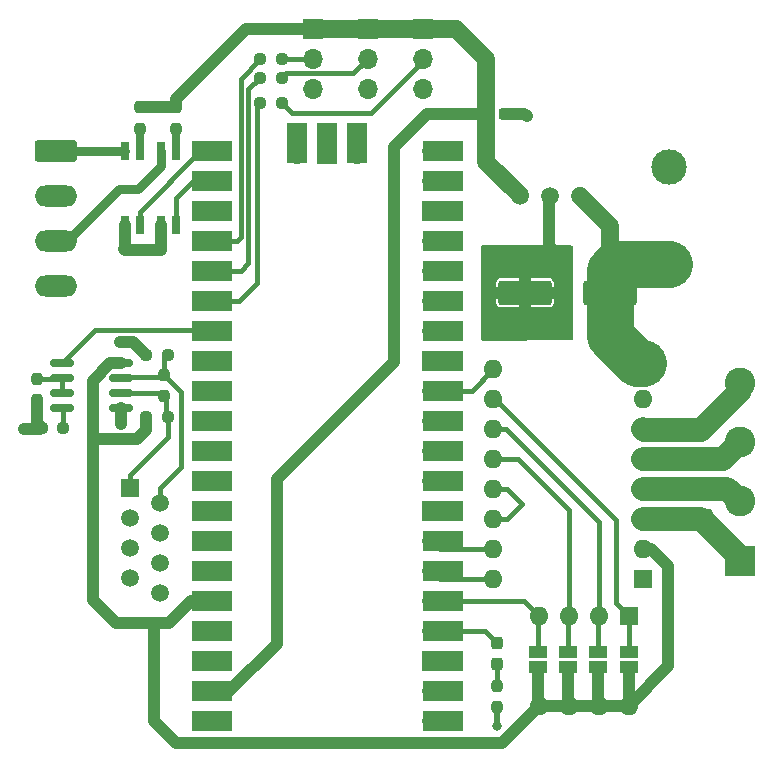
<source format=gbr>
%TF.GenerationSoftware,KiCad,Pcbnew,(7.0.0)*%
%TF.CreationDate,2023-03-26T01:31:24-04:00*%
%TF.ProjectId,PicoDMXStepper,5069636f-444d-4585-9374-65707065722e,v1*%
%TF.SameCoordinates,Original*%
%TF.FileFunction,Copper,L1,Top*%
%TF.FilePolarity,Positive*%
%FSLAX46Y46*%
G04 Gerber Fmt 4.6, Leading zero omitted, Abs format (unit mm)*
G04 Created by KiCad (PCBNEW (7.0.0)) date 2023-03-26 01:31:24*
%MOMM*%
%LPD*%
G01*
G04 APERTURE LIST*
G04 Aperture macros list*
%AMRoundRect*
0 Rectangle with rounded corners*
0 $1 Rounding radius*
0 $2 $3 $4 $5 $6 $7 $8 $9 X,Y pos of 4 corners*
0 Add a 4 corners polygon primitive as box body*
4,1,4,$2,$3,$4,$5,$6,$7,$8,$9,$2,$3,0*
0 Add four circle primitives for the rounded corners*
1,1,$1+$1,$2,$3*
1,1,$1+$1,$4,$5*
1,1,$1+$1,$6,$7*
1,1,$1+$1,$8,$9*
0 Add four rect primitives between the rounded corners*
20,1,$1+$1,$2,$3,$4,$5,0*
20,1,$1+$1,$4,$5,$6,$7,0*
20,1,$1+$1,$6,$7,$8,$9,0*
20,1,$1+$1,$8,$9,$2,$3,0*%
G04 Aperture macros list end*
%TA.AperFunction,ComponentPad*%
%ADD10R,3.000000X3.000000*%
%TD*%
%TA.AperFunction,ComponentPad*%
%ADD11C,3.000000*%
%TD*%
%TA.AperFunction,SMDPad,CuDef*%
%ADD12RoundRect,0.250001X1.999999X0.799999X-1.999999X0.799999X-1.999999X-0.799999X1.999999X-0.799999X0*%
%TD*%
%TA.AperFunction,SMDPad,CuDef*%
%ADD13RoundRect,0.237500X-0.300000X-0.237500X0.300000X-0.237500X0.300000X0.237500X-0.300000X0.237500X0*%
%TD*%
%TA.AperFunction,ComponentPad*%
%ADD14R,1.500000X1.500000*%
%TD*%
%TA.AperFunction,ComponentPad*%
%ADD15C,1.500000*%
%TD*%
%TA.AperFunction,SMDPad,CuDef*%
%ADD16RoundRect,0.237500X-0.250000X-0.237500X0.250000X-0.237500X0.250000X0.237500X-0.250000X0.237500X0*%
%TD*%
%TA.AperFunction,SMDPad,CuDef*%
%ADD17RoundRect,0.237500X0.237500X-0.250000X0.237500X0.250000X-0.237500X0.250000X-0.237500X-0.250000X0*%
%TD*%
%TA.AperFunction,SMDPad,CuDef*%
%ADD18RoundRect,0.237500X-0.237500X0.250000X-0.237500X-0.250000X0.237500X-0.250000X0.237500X0.250000X0*%
%TD*%
%TA.AperFunction,ComponentPad*%
%ADD19R,1.600000X1.600000*%
%TD*%
%TA.AperFunction,ComponentPad*%
%ADD20O,1.600000X1.600000*%
%TD*%
%TA.AperFunction,ComponentPad*%
%ADD21RoundRect,0.250000X0.725000X-0.600000X0.725000X0.600000X-0.725000X0.600000X-0.725000X-0.600000X0*%
%TD*%
%TA.AperFunction,ComponentPad*%
%ADD22O,1.950000X1.700000*%
%TD*%
%TA.AperFunction,SMDPad,CuDef*%
%ADD23R,1.500000X1.000000*%
%TD*%
%TA.AperFunction,SMDPad,CuDef*%
%ADD24R,0.800000X1.500000*%
%TD*%
%TA.AperFunction,SMDPad,CuDef*%
%ADD25RoundRect,0.237500X0.250000X0.237500X-0.250000X0.237500X-0.250000X-0.237500X0.250000X-0.237500X0*%
%TD*%
%TA.AperFunction,ComponentPad*%
%ADD26C,1.498600*%
%TD*%
%TA.AperFunction,ComponentPad*%
%ADD27R,1.700000X1.700000*%
%TD*%
%TA.AperFunction,ComponentPad*%
%ADD28O,1.700000X1.700000*%
%TD*%
%TA.AperFunction,ComponentPad*%
%ADD29R,2.600000X2.600000*%
%TD*%
%TA.AperFunction,ComponentPad*%
%ADD30C,2.600000*%
%TD*%
%TA.AperFunction,SMDPad,CuDef*%
%ADD31RoundRect,0.237500X0.237500X-0.287500X0.237500X0.287500X-0.237500X0.287500X-0.237500X-0.287500X0*%
%TD*%
%TA.AperFunction,ComponentPad*%
%ADD32RoundRect,0.250000X-1.550000X0.650000X-1.550000X-0.650000X1.550000X-0.650000X1.550000X0.650000X0*%
%TD*%
%TA.AperFunction,ComponentPad*%
%ADD33O,3.600000X1.800000*%
%TD*%
%TA.AperFunction,SMDPad,CuDef*%
%ADD34RoundRect,0.150000X-0.825000X-0.150000X0.825000X-0.150000X0.825000X0.150000X-0.825000X0.150000X0*%
%TD*%
%TA.AperFunction,SMDPad,CuDef*%
%ADD35R,3.500000X1.700000*%
%TD*%
%TA.AperFunction,SMDPad,CuDef*%
%ADD36R,1.700000X3.500000*%
%TD*%
%TA.AperFunction,ViaPad*%
%ADD37C,0.800000*%
%TD*%
%TA.AperFunction,Conductor*%
%ADD38C,1.000000*%
%TD*%
%TA.AperFunction,Conductor*%
%ADD39C,0.500000*%
%TD*%
%TA.AperFunction,Conductor*%
%ADD40C,1.500000*%
%TD*%
%TA.AperFunction,Conductor*%
%ADD41C,4.000000*%
%TD*%
%TA.AperFunction,Conductor*%
%ADD42C,0.400000*%
%TD*%
%TA.AperFunction,Conductor*%
%ADD43C,2.000000*%
%TD*%
%TA.AperFunction,Conductor*%
%ADD44C,0.800000*%
%TD*%
%TA.AperFunction,Conductor*%
%ADD45C,0.700000*%
%TD*%
G04 APERTURE END LIST*
D10*
%TO.P,J1,1,Pin_1*%
%TO.N,+12V*%
X171170599Y-103438959D03*
D11*
%TO.P,J1,2,Pin_2*%
%TO.N,GND*%
X171170600Y-95189040D03*
%TD*%
D12*
%TO.P,C1,1*%
%TO.N,+12V*%
X166144400Y-105855800D03*
%TO.P,C1,2*%
%TO.N,GND*%
X158944400Y-105855800D03*
%TD*%
D13*
%TO.P,C2,1*%
%TO.N,+5V*%
X155550700Y-90703400D03*
%TO.P,C2,2*%
%TO.N,GND*%
X157275700Y-90703400D03*
%TD*%
D14*
%TO.P,J2,1*%
%TO.N,Net-(U3-A)*%
X125475999Y-122427999D03*
D15*
%TO.P,J2,2*%
%TO.N,Net-(U3-B)*%
X128016000Y-123698000D03*
%TO.P,J2,3*%
%TO.N,unconnected-(J2-Pad3)*%
X125476000Y-124968000D03*
%TO.P,J2,4*%
%TO.N,unconnected-(J2-Pad4)*%
X128016000Y-126238000D03*
%TO.P,J2,5*%
%TO.N,unconnected-(J2-Pad5)*%
X125476000Y-127508000D03*
%TO.P,J2,6*%
%TO.N,unconnected-(J2-Pad6)*%
X128016000Y-128778000D03*
%TO.P,J2,7*%
%TO.N,GND*%
X125476000Y-130048000D03*
%TO.P,J2,8*%
X128016000Y-131318000D03*
%TD*%
D16*
%TO.P,R9,1*%
%TO.N,SEV3*%
X136526900Y-89789000D03*
%TO.P,R9,2*%
%TO.N,Net-(J8-Pin_2)*%
X138351900Y-89789000D03*
%TD*%
D17*
%TO.P,R1,1*%
%TO.N,GND*%
X156591000Y-140942700D03*
%TO.P,R1,2*%
%TO.N,Net-(D1-K)*%
X156591000Y-139117700D03*
%TD*%
D16*
%TO.P,R7,1*%
%TO.N,SEV1*%
X136526900Y-86106000D03*
%TO.P,R7,2*%
%TO.N,Net-(J6-Pin_2)*%
X138351900Y-86106000D03*
%TD*%
D18*
%TO.P,R10,1*%
%TO.N,+5V*%
X129387600Y-90171900D03*
%TO.P,R10,2*%
%TO.N,Net-(R10-Pad2)*%
X129387600Y-91996900D03*
%TD*%
D19*
%TO.P,A1,1,GND*%
%TO.N,GND*%
X168960799Y-130124199D03*
D20*
%TO.P,A1,2,VDD*%
%TO.N,+3V3*%
X168960799Y-127584199D03*
%TO.P,A1,3,1B*%
%TO.N,1B*%
X168960799Y-125044199D03*
%TO.P,A1,4,1A*%
%TO.N,1A*%
X168960799Y-122504199D03*
%TO.P,A1,5,2A*%
%TO.N,2A*%
X168960799Y-119964199D03*
%TO.P,A1,6,2B*%
%TO.N,2B*%
X168960799Y-117424199D03*
%TO.P,A1,7,GND*%
%TO.N,GND*%
X168960799Y-114884199D03*
%TO.P,A1,8,VMOT*%
%TO.N,+12V*%
X168960799Y-112344199D03*
%TO.P,A1,9,~{ENABLE}*%
%TO.N,EN*%
X156260799Y-112344199D03*
%TO.P,A1,10,MS1*%
%TO.N,MS1*%
X156260799Y-114884199D03*
%TO.P,A1,11,MS2*%
%TO.N,MS2*%
X156260799Y-117424199D03*
%TO.P,A1,12,MS3*%
%TO.N,MS3*%
X156260799Y-119964199D03*
%TO.P,A1,13,~{RESET}*%
%TO.N,Net-(A1-~{RESET})*%
X156260799Y-122504199D03*
%TO.P,A1,14,~{SLEEP}*%
X156260799Y-125044199D03*
%TO.P,A1,15,STEP*%
%TO.N,STEP*%
X156260799Y-127584199D03*
%TO.P,A1,16,DIR*%
%TO.N,DIR*%
X156260799Y-130124199D03*
%TD*%
D21*
%TO.P,J5,1,Pin_1*%
%TO.N,1B*%
X173845800Y-124984200D03*
D22*
%TO.P,J5,2,Pin_2*%
%TO.N,1A*%
X173845799Y-122484199D03*
%TO.P,J5,3,Pin_3*%
%TO.N,2A*%
X173845799Y-119984199D03*
%TO.P,J5,4,Pin_4*%
%TO.N,2B*%
X173845799Y-117484199D03*
%TD*%
D23*
%TO.P,JP4,1,A*%
%TO.N,+3V3*%
X160045399Y-137581399D03*
%TO.P,JP4,2,B*%
%TO.N,SW4*%
X160045399Y-136281399D03*
%TD*%
D18*
%TO.P,R5,1*%
%TO.N,Net-(U3-DE)*%
X117627400Y-113133500D03*
%TO.P,R5,2*%
%TO.N,GND*%
X117627400Y-114958500D03*
%TD*%
D24*
%TO.P,U5,1*%
%TO.N,Net-(R11-Pad2)*%
X126314199Y-93852199D03*
%TO.P,U5,2*%
%TO.N,Net-(J4-Pin_1)*%
X125044199Y-93852199D03*
%TO.P,U5,3*%
%TO.N,GND*%
X125044199Y-100102199D03*
%TO.P,U5,4*%
%TO.N,Net-(U2-GPIO16)*%
X126314199Y-100102199D03*
%TD*%
D25*
%TO.P,R6,1*%
%TO.N,Net-(U3-DI)*%
X119860700Y-117297200D03*
%TO.P,R6,2*%
%TO.N,GND*%
X118035700Y-117297200D03*
%TD*%
D26*
%TO.P,U1,1,IN*%
%TO.N,+12V*%
X163576000Y-97637600D03*
%TO.P,U1,2,GND*%
%TO.N,GND*%
X161036000Y-97637600D03*
%TO.P,U1,3,OUT*%
%TO.N,+5V*%
X158496000Y-97637600D03*
%TD*%
D27*
%TO.P,J7,1,Pin_1*%
%TO.N,+5V*%
X145670799Y-83489799D03*
D28*
%TO.P,J7,2,Pin_2*%
%TO.N,Net-(J7-Pin_2)*%
X145670799Y-86029799D03*
%TO.P,J7,3,Pin_3*%
%TO.N,GND*%
X145670799Y-88569799D03*
%TD*%
D18*
%TO.P,R11,1*%
%TO.N,+5V*%
X126314200Y-90171900D03*
%TO.P,R11,2*%
%TO.N,Net-(R11-Pad2)*%
X126314200Y-91996900D03*
%TD*%
D29*
%TO.P,J3,1,Pin_1*%
%TO.N,1B*%
X177120799Y-128534199D03*
D30*
%TO.P,J3,2,Pin_2*%
%TO.N,1A*%
X177120800Y-123534200D03*
%TO.P,J3,3,Pin_3*%
%TO.N,2A*%
X177120800Y-118534200D03*
%TO.P,J3,4,Pin_4*%
%TO.N,2B*%
X177120800Y-113534200D03*
%TD*%
D27*
%TO.P,J8,1,Pin_1*%
%TO.N,+5V*%
X150350799Y-83489799D03*
D28*
%TO.P,J8,2,Pin_2*%
%TO.N,Net-(J8-Pin_2)*%
X150350799Y-86029799D03*
%TO.P,J8,3,Pin_3*%
%TO.N,GND*%
X150350799Y-88569799D03*
%TD*%
D23*
%TO.P,JP3,1,A*%
%TO.N,+3V3*%
X162595399Y-137581399D03*
%TO.P,JP3,2,B*%
%TO.N,MS3*%
X162595399Y-136281399D03*
%TD*%
%TO.P,JP1,1,A*%
%TO.N,+3V3*%
X167720399Y-137581399D03*
%TO.P,JP1,2,B*%
%TO.N,MS1*%
X167720399Y-136281399D03*
%TD*%
D31*
%TO.P,D1,1,K*%
%TO.N,Net-(D1-K)*%
X156591000Y-137255200D03*
%TO.P,D1,2,A*%
%TO.N,Net-(D1-A)*%
X156591000Y-135505200D03*
%TD*%
D24*
%TO.P,U4,1*%
%TO.N,Net-(R10-Pad2)*%
X129387599Y-93852199D03*
%TO.P,U4,2*%
%TO.N,Net-(J4-Pin_3)*%
X128117599Y-93852199D03*
%TO.P,U4,3*%
%TO.N,GND*%
X128117599Y-100102199D03*
%TO.P,U4,4*%
%TO.N,Net-(U2-GPIO17)*%
X129387599Y-100102199D03*
%TD*%
D25*
%TO.P,R4,1*%
%TO.N,Net-(U3-B)*%
X128696791Y-111098391D03*
%TO.P,R4,2*%
%TO.N,GND*%
X126871791Y-111098391D03*
%TD*%
D32*
%TO.P,J4,1,Pin_1*%
%TO.N,Net-(J4-Pin_1)*%
X119253000Y-93827600D03*
D33*
%TO.P,J4,2,Pin_2*%
%TO.N,GND*%
X119252999Y-97637599D03*
%TO.P,J4,3,Pin_3*%
%TO.N,Net-(J4-Pin_3)*%
X119252999Y-101447599D03*
%TO.P,J4,4,Pin_4*%
%TO.N,GND*%
X119252999Y-105257599D03*
%TD*%
D16*
%TO.P,R8,1*%
%TO.N,SEV2*%
X136526900Y-87655400D03*
%TO.P,R8,2*%
%TO.N,Net-(J7-Pin_2)*%
X138351900Y-87655400D03*
%TD*%
D27*
%TO.P,J6,1,Pin_1*%
%TO.N,+5V*%
X141020799Y-83489799D03*
D28*
%TO.P,J6,2,Pin_2*%
%TO.N,Net-(J6-Pin_2)*%
X141020799Y-86029799D03*
%TO.P,J6,3,Pin_3*%
%TO.N,GND*%
X141020799Y-88569799D03*
%TD*%
D23*
%TO.P,JP2,1,A*%
%TO.N,+3V3*%
X165170399Y-137581399D03*
%TO.P,JP2,2,B*%
%TO.N,MS2*%
X165170399Y-136281399D03*
%TD*%
D34*
%TO.P,U3,1,RO*%
%TO.N,DMX_OUT*%
X119783291Y-111834991D03*
%TO.P,U3,2,~{RE}*%
%TO.N,Net-(U3-DE)*%
X119783291Y-113104991D03*
%TO.P,U3,3,DE*%
X119783291Y-114374991D03*
%TO.P,U3,4,DI*%
%TO.N,Net-(U3-DI)*%
X119783291Y-115644991D03*
%TO.P,U3,5,GND*%
%TO.N,GND*%
X124733291Y-115644991D03*
%TO.P,U3,6,A*%
%TO.N,Net-(U3-A)*%
X124733291Y-114374991D03*
%TO.P,U3,7,B*%
%TO.N,Net-(U3-B)*%
X124733291Y-113104991D03*
%TO.P,U3,8,VCC*%
%TO.N,+3V3*%
X124733291Y-111834991D03*
%TD*%
D16*
%TO.P,R2,1*%
%TO.N,+3V3*%
X126871791Y-116356191D03*
%TO.P,R2,2*%
%TO.N,Net-(U3-A)*%
X128696791Y-116356191D03*
%TD*%
D28*
%TO.P,U2,1,GPIO0*%
%TO.N,unconnected-(U2-GPIO0-Pad1)*%
X151104599Y-142138399D03*
D35*
X152004599Y-142138399D03*
D28*
%TO.P,U2,2,GPIO1*%
%TO.N,unconnected-(U2-GPIO1-Pad2)*%
X151104599Y-139598399D03*
D35*
X152004599Y-139598399D03*
D27*
%TO.P,U2,3,GND*%
%TO.N,GND*%
X151104599Y-137058399D03*
D35*
X152004599Y-137058399D03*
D28*
%TO.P,U2,4,GPIO2*%
%TO.N,Net-(D1-A)*%
X151104599Y-134518399D03*
D35*
X152004599Y-134518399D03*
D28*
%TO.P,U2,5,GPIO3*%
%TO.N,SW4*%
X151104599Y-131978399D03*
D35*
X152004599Y-131978399D03*
D28*
%TO.P,U2,6,GPIO4*%
%TO.N,DIR*%
X151104599Y-129438399D03*
D35*
X152004599Y-129438399D03*
D28*
%TO.P,U2,7,GPIO5*%
%TO.N,STEP*%
X151104599Y-126898399D03*
D35*
X152004599Y-126898399D03*
D27*
%TO.P,U2,8,GND*%
%TO.N,GND*%
X151104599Y-124358399D03*
D35*
X152004599Y-124358399D03*
D28*
%TO.P,U2,9,GPIO6*%
%TO.N,unconnected-(U2-GPIO6-Pad9)*%
X151104599Y-121818399D03*
D35*
X152004599Y-121818399D03*
D28*
%TO.P,U2,10,GPIO7*%
%TO.N,unconnected-(U2-GPIO7-Pad10)*%
X151104599Y-119278399D03*
D35*
X152004599Y-119278399D03*
D28*
%TO.P,U2,11,GPIO8*%
%TO.N,unconnected-(U2-GPIO8-Pad11)*%
X151104599Y-116738399D03*
D35*
X152004599Y-116738399D03*
D28*
%TO.P,U2,12,GPIO9*%
%TO.N,EN*%
X151104599Y-114198399D03*
D35*
X152004599Y-114198399D03*
D27*
%TO.P,U2,13,GND*%
%TO.N,GND*%
X151104599Y-111658399D03*
D35*
X152004599Y-111658399D03*
D28*
%TO.P,U2,14,GPIO10*%
%TO.N,unconnected-(U2-GPIO10-Pad14)*%
X151104599Y-109118399D03*
D35*
X152004599Y-109118399D03*
D28*
%TO.P,U2,15,GPIO11*%
%TO.N,unconnected-(U2-GPIO11-Pad15)*%
X151104599Y-106578399D03*
D35*
X152004599Y-106578399D03*
D28*
%TO.P,U2,16,GPIO12*%
%TO.N,unconnected-(U2-GPIO12-Pad16)*%
X151104599Y-104038399D03*
D35*
X152004599Y-104038399D03*
D28*
%TO.P,U2,17,GPIO13*%
%TO.N,unconnected-(U2-GPIO13-Pad17)*%
X151104599Y-101498399D03*
D35*
X152004599Y-101498399D03*
D27*
%TO.P,U2,18,GND*%
%TO.N,GND*%
X151104599Y-98958399D03*
D35*
X152004599Y-98958399D03*
D28*
%TO.P,U2,19,GPIO14*%
%TO.N,unconnected-(U2-GPIO14-Pad19)*%
X151104599Y-96418399D03*
D35*
X152004599Y-96418399D03*
D28*
%TO.P,U2,20,GPIO15*%
%TO.N,unconnected-(U2-GPIO15-Pad20)*%
X151104599Y-93878399D03*
D35*
X152004599Y-93878399D03*
D28*
%TO.P,U2,21,GPIO16*%
%TO.N,Net-(U2-GPIO16)*%
X133324599Y-93878399D03*
D35*
X132424599Y-93878399D03*
D28*
%TO.P,U2,22,GPIO17*%
%TO.N,Net-(U2-GPIO17)*%
X133324599Y-96418399D03*
D35*
X132424599Y-96418399D03*
D27*
%TO.P,U2,23,GND*%
%TO.N,GND*%
X133324599Y-98958399D03*
D35*
X132424599Y-98958399D03*
D28*
%TO.P,U2,24,GPIO18*%
%TO.N,SEV1*%
X133324599Y-101498399D03*
D35*
X132424599Y-101498399D03*
D28*
%TO.P,U2,25,GPIO19*%
%TO.N,SEV2*%
X133324599Y-104038399D03*
D35*
X132424599Y-104038399D03*
D28*
%TO.P,U2,26,GPIO20*%
%TO.N,SEV3*%
X133324599Y-106578399D03*
D35*
X132424599Y-106578399D03*
D28*
%TO.P,U2,27,GPIO21*%
%TO.N,DMX_OUT*%
X133324599Y-109118399D03*
D35*
X132424599Y-109118399D03*
D27*
%TO.P,U2,28,GND*%
%TO.N,GND*%
X133324599Y-111658399D03*
D35*
X132424599Y-111658399D03*
D28*
%TO.P,U2,29,GPIO22*%
%TO.N,unconnected-(U2-GPIO22-Pad29)*%
X133324599Y-114198399D03*
D35*
X132424599Y-114198399D03*
D28*
%TO.P,U2,30,RUN*%
%TO.N,unconnected-(U2-RUN-Pad30)*%
X133324599Y-116738399D03*
D35*
X132424599Y-116738399D03*
D28*
%TO.P,U2,31,GPIO26_ADC0*%
%TO.N,unconnected-(U2-GPIO26_ADC0-Pad31)*%
X133324599Y-119278399D03*
D35*
X132424599Y-119278399D03*
D28*
%TO.P,U2,32,GPIO27_ADC1*%
%TO.N,unconnected-(U2-GPIO27_ADC1-Pad32)*%
X133324599Y-121818399D03*
D35*
X132424599Y-121818399D03*
D27*
%TO.P,U2,33,AGND*%
%TO.N,GND*%
X133324599Y-124358399D03*
D35*
X132424599Y-124358399D03*
D28*
%TO.P,U2,34,GPIO28_ADC2*%
%TO.N,unconnected-(U2-GPIO28_ADC2-Pad34)*%
X133324599Y-126898399D03*
D35*
X132424599Y-126898399D03*
D28*
%TO.P,U2,35,ADC_VREF*%
%TO.N,unconnected-(U2-ADC_VREF-Pad35)*%
X133324599Y-129438399D03*
D35*
X132424599Y-129438399D03*
D28*
%TO.P,U2,36,3V3*%
%TO.N,+3V3*%
X133324599Y-131978399D03*
D35*
X132424599Y-131978399D03*
D28*
%TO.P,U2,37,3V3_EN*%
%TO.N,unconnected-(U2-3V3_EN-Pad37)*%
X133324599Y-134518399D03*
D35*
X132424599Y-134518399D03*
D27*
%TO.P,U2,38,GND*%
%TO.N,GND*%
X133324599Y-137058399D03*
D35*
X132424599Y-137058399D03*
D28*
%TO.P,U2,39,VSYS*%
%TO.N,+5V*%
X133324599Y-139598399D03*
D35*
X132424599Y-139598399D03*
D28*
%TO.P,U2,40,VBUS*%
%TO.N,unconnected-(U2-VBUS-Pad40)*%
X133324599Y-142138399D03*
D35*
X132424599Y-142138399D03*
D28*
%TO.P,U2,41*%
%TO.N,N/C*%
X144754599Y-94108399D03*
D36*
X144754599Y-93208399D03*
D27*
%TO.P,U2,42*%
X142214599Y-94108399D03*
D36*
X142214599Y-93208399D03*
D28*
%TO.P,U2,43*%
X139674599Y-94108399D03*
D36*
X139674599Y-93208399D03*
%TD*%
D19*
%TO.P,SW2,1*%
%TO.N,MS1*%
X167716199Y-133222999D03*
D20*
%TO.P,SW2,2*%
%TO.N,MS2*%
X165176199Y-133222999D03*
%TO.P,SW2,3*%
%TO.N,MS3*%
X162636199Y-133222999D03*
%TO.P,SW2,4*%
%TO.N,SW4*%
X160096199Y-133222999D03*
%TO.P,SW2,5*%
%TO.N,+3V3*%
X160096199Y-140842999D03*
%TO.P,SW2,6*%
X162636199Y-140842999D03*
%TO.P,SW2,7*%
X165176199Y-140842999D03*
%TO.P,SW2,8*%
X167716199Y-140842999D03*
%TD*%
D17*
%TO.P,R3,1*%
%TO.N,Net-(U3-A)*%
X128397000Y-114627091D03*
%TO.P,R3,2*%
%TO.N,Net-(U3-B)*%
X128397000Y-112802091D03*
%TD*%
D37*
%TO.N,GND*%
X156591000Y-142530200D03*
X155769400Y-106005800D03*
X159369400Y-103080800D03*
X155769400Y-107355800D03*
X159105600Y-90932000D03*
X124714000Y-116967000D03*
X160694400Y-108480800D03*
X162094400Y-107130800D03*
X158019400Y-103105800D03*
X156544400Y-103080800D03*
X125018800Y-102184200D03*
X162169400Y-104555800D03*
X162019400Y-108555800D03*
X128117600Y-102209600D03*
X162044400Y-105855800D03*
X155794400Y-104655800D03*
X160694400Y-103055800D03*
X162094400Y-103005800D03*
X156544400Y-108505800D03*
X124685491Y-110006191D03*
X158094400Y-108480800D03*
X159344400Y-108455800D03*
X116560600Y-117424200D03*
%TD*%
D38*
%TO.N,GND*%
X161010600Y-97663000D02*
X161010600Y-101922000D01*
X125018800Y-102184200D02*
X125044200Y-102209600D01*
X117627400Y-116888900D02*
X118035700Y-117297200D01*
X126871791Y-111098391D02*
X125779591Y-110006191D01*
X158877000Y-90703400D02*
X159105600Y-90932000D01*
X161036000Y-97637600D02*
X161010600Y-97663000D01*
X125779591Y-110006191D02*
X124685491Y-110006191D01*
X128117600Y-100102200D02*
X128117600Y-102209600D01*
X157275700Y-90703400D02*
X158877000Y-90703400D01*
X125044200Y-102158800D02*
X125018800Y-102184200D01*
X117908700Y-117424200D02*
X118035700Y-117297200D01*
X124733291Y-115844585D02*
X124733291Y-115644991D01*
D39*
X156591000Y-140942700D02*
X156591000Y-142530200D01*
D38*
X161010600Y-101922000D02*
X162094400Y-103005800D01*
X117627400Y-114958500D02*
X117627400Y-116888900D01*
X125044200Y-100102200D02*
X125044200Y-102158800D01*
X124714000Y-116967000D02*
X124733291Y-115844585D01*
X125044200Y-102209600D02*
X128117600Y-102209600D01*
X116560600Y-117424200D02*
X117908700Y-117424200D01*
D40*
%TO.N,+5V*%
X153085800Y-83489800D02*
X150350800Y-83489800D01*
D38*
X150622000Y-90703400D02*
X155550700Y-90703400D01*
D40*
X155625800Y-86029800D02*
X153085800Y-83489800D01*
X158496000Y-97620950D02*
X155650800Y-94775750D01*
D38*
X133324600Y-139598400D02*
X133884600Y-139598400D01*
D40*
X150350800Y-83489800D02*
X145670800Y-83489800D01*
X155625800Y-90628300D02*
X155625800Y-86029800D01*
X155650800Y-94775750D02*
X155650800Y-90803500D01*
D38*
X133884600Y-139598400D02*
X137922000Y-135561000D01*
X147828000Y-93497400D02*
X150622000Y-90703400D01*
X155550700Y-90703400D02*
X155625800Y-90628300D01*
X158496000Y-97637600D02*
X158496000Y-97620950D01*
X129387600Y-89458800D02*
X129387600Y-90171900D01*
X129387600Y-90171900D02*
X126314200Y-90171900D01*
X137922000Y-121589800D02*
X147828000Y-111683800D01*
X137922000Y-135561000D02*
X137922000Y-121589800D01*
X141020800Y-83489800D02*
X135356600Y-83489800D01*
X135356600Y-83489800D02*
X129387600Y-89458800D01*
X155650800Y-90803500D02*
X155550700Y-90703400D01*
X147828000Y-111683800D02*
X147828000Y-93497400D01*
D40*
X145670800Y-83489800D02*
X141020800Y-83489800D01*
D38*
%TO.N,+3V3*%
X122350591Y-116954347D02*
X122350591Y-118237000D01*
X130657600Y-131978400D02*
X133324600Y-131978400D01*
X167716200Y-137585600D02*
X167720400Y-137581400D01*
X156972000Y-143967200D02*
X129413000Y-143967200D01*
X127568000Y-142122200D02*
X127568000Y-133858000D01*
X128778000Y-133858000D02*
X130657600Y-131978400D01*
X122350591Y-131850191D02*
X124358400Y-133858000D01*
X171069000Y-129032000D02*
X169621200Y-127584200D01*
X162595400Y-137581400D02*
X162595400Y-140802200D01*
X129413000Y-143967200D02*
X127568000Y-142122200D01*
X126871791Y-117476209D02*
X126871791Y-116356191D01*
X167716200Y-140843000D02*
X160096200Y-140843000D01*
X169621200Y-127584200D02*
X168960800Y-127584200D01*
X165170400Y-137581400D02*
X165170400Y-140837200D01*
X123826209Y-111834991D02*
X122350591Y-113310609D01*
X122350591Y-113310609D02*
X122350591Y-116954347D01*
X122350591Y-118237000D02*
X126111000Y-118237000D01*
X122350591Y-116954347D02*
X122350591Y-131850191D01*
X162595400Y-140802200D02*
X162636200Y-140843000D01*
X160045400Y-137581400D02*
X160045400Y-140792200D01*
X171069000Y-137490200D02*
X171069000Y-129032000D01*
X127568000Y-133858000D02*
X128778000Y-133858000D01*
X167716200Y-140843000D02*
X171069000Y-137490200D01*
X160096200Y-140843000D02*
X156972000Y-143967200D01*
X124733291Y-111834991D02*
X123826209Y-111834991D01*
X165170400Y-140837200D02*
X165176200Y-140843000D01*
X126111000Y-118237000D02*
X126871791Y-117476209D01*
X124358400Y-133858000D02*
X127568000Y-133858000D01*
X160045400Y-140792200D02*
X160096200Y-140843000D01*
X167716200Y-140843000D02*
X167716200Y-137585600D01*
D41*
%TO.N,+12V*%
X166144400Y-109527800D02*
X168400800Y-111784200D01*
X168400800Y-111784200D02*
X168960800Y-111784200D01*
D40*
X166144400Y-100231400D02*
X166144400Y-105855800D01*
D41*
X171170600Y-103438960D02*
X166664640Y-103438960D01*
X166144400Y-103959200D02*
X166144400Y-105855800D01*
D40*
X163576000Y-97663000D02*
X166144400Y-100231400D01*
D41*
X166144400Y-105855800D02*
X166144400Y-109527800D01*
X166664640Y-103438960D02*
X166144400Y-103959200D01*
D40*
X163576000Y-97637600D02*
X163576000Y-97663000D01*
D42*
%TO.N,Net-(D1-K)*%
X156591000Y-137255200D02*
X156591000Y-139117700D01*
%TO.N,Net-(D1-A)*%
X151123000Y-134500000D02*
X151104600Y-134518400D01*
X155585800Y-134500000D02*
X156591000Y-135505200D01*
X155585800Y-134500000D02*
X151123000Y-134500000D01*
%TO.N,EN*%
X151123000Y-114180000D02*
X154425000Y-114180000D01*
X151104600Y-114198400D02*
X151123000Y-114180000D01*
X154425000Y-114180000D02*
X156260800Y-112344200D01*
%TO.N,MS1*%
X167716200Y-136277200D02*
X167720400Y-136281400D01*
X166624000Y-125126556D02*
X156381644Y-114884200D01*
X166624000Y-132130800D02*
X166624000Y-125126556D01*
X156381644Y-114884200D02*
X156260800Y-114884200D01*
X167716200Y-133223000D02*
X167716200Y-136277200D01*
X167716200Y-133223000D02*
X166624000Y-132130800D01*
%TO.N,MS2*%
X165170400Y-133228800D02*
X165176200Y-133223000D01*
X165170400Y-136281400D02*
X165170400Y-133228800D01*
X165176200Y-125272800D02*
X165176200Y-133223000D01*
X157327600Y-117424200D02*
X165176200Y-125272800D01*
X156260800Y-117424200D02*
X157327600Y-117424200D01*
%TO.N,MS3*%
X162595400Y-133263800D02*
X162636200Y-133223000D01*
X162595400Y-136281400D02*
X162595400Y-133263800D01*
X162636200Y-133223000D02*
X162636200Y-124282200D01*
X158318200Y-119964200D02*
X156260800Y-119964200D01*
X162636200Y-124282200D02*
X158318200Y-119964200D01*
%TO.N,Net-(A1-~{RESET})*%
X156260800Y-122504200D02*
X157454600Y-122504200D01*
X158724600Y-123774200D02*
X157454600Y-125044200D01*
X157454600Y-122504200D02*
X158724600Y-123774200D01*
X157454600Y-125044200D02*
X156260800Y-125044200D01*
%TO.N,STEP*%
X156260800Y-127584200D02*
X151790400Y-127584200D01*
X151790400Y-127584200D02*
X151104600Y-126898400D01*
%TO.N,DIR*%
X151104600Y-129438400D02*
X151790400Y-130124200D01*
X151790400Y-130124200D02*
X156260800Y-130124200D01*
%TO.N,Net-(U3-A)*%
X128524000Y-114754091D02*
X128524000Y-116183400D01*
X128144900Y-114374991D02*
X128397000Y-114627091D01*
X128696791Y-116356191D02*
X128696791Y-118038809D01*
X128524000Y-116183400D02*
X128696791Y-116356191D01*
X128397000Y-114627091D02*
X128524000Y-114754091D01*
X125476000Y-121259600D02*
X125476000Y-122428000D01*
X128696791Y-118038809D02*
X125476000Y-121259600D01*
X124733291Y-114374991D02*
X128144900Y-114374991D01*
%TO.N,Net-(U3-B)*%
X128397000Y-111499782D02*
X128798391Y-111098391D01*
X124808282Y-113030000D02*
X124733291Y-113104991D01*
X128169091Y-113030000D02*
X124808282Y-113030000D01*
X129819400Y-114224491D02*
X129819400Y-120629300D01*
X128397000Y-112802091D02*
X128169091Y-113030000D01*
X128397000Y-112802091D02*
X129819400Y-114224491D01*
X129819400Y-120629300D02*
X128016000Y-122432700D01*
X128016000Y-122432700D02*
X128016000Y-123698000D01*
X128397000Y-112802091D02*
X128397000Y-111499782D01*
%TO.N,SW4*%
X160045400Y-133273800D02*
X160096200Y-133223000D01*
X160096200Y-133223000D02*
X158851600Y-131978400D01*
X158851600Y-131978400D02*
X151104600Y-131978400D01*
X160045400Y-136281400D02*
X160045400Y-133273800D01*
%TO.N,Net-(U3-DE)*%
X117629300Y-113131600D02*
X119756682Y-113131600D01*
X117627400Y-113133500D02*
X117629300Y-113131600D01*
X119783291Y-114374991D02*
X119783291Y-113104991D01*
X119756682Y-113131600D02*
X119783291Y-113104991D01*
%TO.N,Net-(U3-DI)*%
X119860700Y-117297200D02*
X119860700Y-115722400D01*
%TO.N,DMX_OUT*%
X133254191Y-109047991D02*
X133324600Y-109118400D01*
X122570291Y-109047991D02*
X133254191Y-109047991D01*
X122570291Y-109047991D02*
X119783291Y-111834991D01*
D43*
%TO.N,1B*%
X169020800Y-124984200D02*
X173845800Y-124984200D01*
X173845800Y-124984200D02*
X177120800Y-128259200D01*
X177120800Y-128259200D02*
X177120800Y-128534200D01*
X168960800Y-125044200D02*
X169020800Y-124984200D01*
%TO.N,1A*%
X168960800Y-122504200D02*
X176090800Y-122504200D01*
X176090800Y-122504200D02*
X177120800Y-123534200D01*
%TO.N,2B*%
X169020800Y-117484200D02*
X173845800Y-117484200D01*
X177120800Y-114209200D02*
X177120800Y-113534200D01*
X168960800Y-117424200D02*
X169020800Y-117484200D01*
X173845800Y-117484200D02*
X177120800Y-114209200D01*
D42*
%TO.N,SEV1*%
X134899400Y-101168200D02*
X134899400Y-87733500D01*
X133324600Y-101498400D02*
X134569200Y-101498400D01*
X134899400Y-87733500D02*
X136526900Y-86106000D01*
X134569200Y-101498400D02*
X134899400Y-101168200D01*
%TO.N,SEV2*%
X136526900Y-87655400D02*
X135534400Y-88647900D01*
X135534400Y-88647900D02*
X135534400Y-103378000D01*
X134874000Y-104038400D02*
X133324600Y-104038400D01*
X135534400Y-103378000D02*
X134874000Y-104038400D01*
D44*
%TO.N,Net-(J4-Pin_3)*%
X124561600Y-97053400D02*
X120167400Y-101447600D01*
X126161800Y-97053400D02*
X124561600Y-97053400D01*
X128117600Y-95097600D02*
X126161800Y-97053400D01*
X128117600Y-93852200D02*
X128117600Y-95097600D01*
X120167400Y-101447600D02*
X119253000Y-101447600D01*
%TO.N,Net-(J4-Pin_1)*%
X125044200Y-93852200D02*
X119277600Y-93852200D01*
X119277600Y-93852200D02*
X119253000Y-93827600D01*
D42*
%TO.N,SEV3*%
X136271000Y-105054400D02*
X134747000Y-106578400D01*
X134747000Y-106578400D02*
X133324600Y-106578400D01*
X136526900Y-89789000D02*
X136271000Y-90044900D01*
X136271000Y-90044900D02*
X136271000Y-105054400D01*
%TO.N,Net-(J6-Pin_2)*%
X138428100Y-86029800D02*
X138351900Y-86106000D01*
X141020800Y-86029800D02*
X138428100Y-86029800D01*
%TO.N,Net-(J7-Pin_2)*%
X144420800Y-87279800D02*
X138727500Y-87279800D01*
X138727500Y-87279800D02*
X138351900Y-87655400D01*
X145670800Y-86029800D02*
X144420800Y-87279800D01*
%TO.N,Net-(J8-Pin_2)*%
X150350800Y-86224800D02*
X145923000Y-90652600D01*
X145923000Y-90652600D02*
X139215500Y-90652600D01*
X150350800Y-86029800D02*
X150350800Y-86224800D01*
X139215500Y-90652600D02*
X138351900Y-89789000D01*
D45*
%TO.N,Net-(R10-Pad2)*%
X129387600Y-91996900D02*
X129387600Y-93852200D01*
%TO.N,Net-(R11-Pad2)*%
X126314200Y-93852200D02*
X126314200Y-91996900D01*
D42*
%TO.N,Net-(U2-GPIO16)*%
X126314200Y-99009200D02*
X126314200Y-100102200D01*
X133324600Y-93878400D02*
X131445000Y-93878400D01*
X131445000Y-93878400D02*
X126314200Y-99009200D01*
%TO.N,Net-(U2-GPIO17)*%
X129387600Y-97876622D02*
X129387600Y-100102200D01*
X130845822Y-96418400D02*
X129387600Y-97876622D01*
X133324600Y-96418400D02*
X130845822Y-96418400D01*
D43*
%TO.N,2A*%
X168960800Y-119964200D02*
X175690800Y-119964200D01*
X175690800Y-119964200D02*
X177120800Y-118534200D01*
%TD*%
%TA.AperFunction,Conductor*%
%TO.N,GND*%
G36*
X162932400Y-101872413D02*
G01*
X162977787Y-101917800D01*
X162994400Y-101979800D01*
X162994400Y-109757198D01*
X162977854Y-109819083D01*
X162932630Y-109864452D01*
X162870799Y-109881197D01*
X155343799Y-109905400D01*
X155281630Y-109888921D01*
X155236079Y-109843516D01*
X155219400Y-109781401D01*
X155219400Y-106707109D01*
X156494400Y-106707109D01*
X156494670Y-106712885D01*
X156496546Y-106732892D01*
X156499741Y-106747522D01*
X156538985Y-106859674D01*
X156547572Y-106875921D01*
X156617091Y-106970117D01*
X156630082Y-106983108D01*
X156724278Y-107052627D01*
X156740525Y-107061214D01*
X156852677Y-107100458D01*
X156867307Y-107103653D01*
X156887314Y-107105529D01*
X156893091Y-107105800D01*
X158428074Y-107105800D01*
X158440949Y-107102349D01*
X158444400Y-107089474D01*
X159444400Y-107089474D01*
X159447850Y-107102349D01*
X159460726Y-107105800D01*
X160995709Y-107105800D01*
X161001485Y-107105529D01*
X161021492Y-107103653D01*
X161036122Y-107100458D01*
X161148274Y-107061214D01*
X161164521Y-107052627D01*
X161258717Y-106983108D01*
X161271708Y-106970117D01*
X161341227Y-106875921D01*
X161349814Y-106859674D01*
X161389058Y-106747522D01*
X161392253Y-106732892D01*
X161394129Y-106712885D01*
X161394400Y-106707109D01*
X161394400Y-106372126D01*
X161390949Y-106359250D01*
X161378074Y-106355800D01*
X159460726Y-106355800D01*
X159447850Y-106359250D01*
X159444400Y-106372126D01*
X159444400Y-107089474D01*
X158444400Y-107089474D01*
X158444400Y-106372126D01*
X158440949Y-106359250D01*
X158428074Y-106355800D01*
X156510726Y-106355800D01*
X156497850Y-106359250D01*
X156494400Y-106372126D01*
X156494400Y-106707109D01*
X155219400Y-106707109D01*
X155219400Y-105339474D01*
X156494400Y-105339474D01*
X156497850Y-105352349D01*
X156510726Y-105355800D01*
X158428074Y-105355800D01*
X158440949Y-105352349D01*
X158444400Y-105339474D01*
X159444400Y-105339474D01*
X159447850Y-105352349D01*
X159460726Y-105355800D01*
X161378074Y-105355800D01*
X161390949Y-105352349D01*
X161394400Y-105339474D01*
X161394400Y-105004491D01*
X161394129Y-104998714D01*
X161392253Y-104978707D01*
X161389058Y-104964077D01*
X161349814Y-104851925D01*
X161341227Y-104835678D01*
X161271708Y-104741482D01*
X161258717Y-104728491D01*
X161164521Y-104658972D01*
X161148274Y-104650385D01*
X161036122Y-104611141D01*
X161021492Y-104607946D01*
X161001485Y-104606070D01*
X160995709Y-104605800D01*
X159460726Y-104605800D01*
X159447850Y-104609250D01*
X159444400Y-104622126D01*
X159444400Y-105339474D01*
X158444400Y-105339474D01*
X158444400Y-104622126D01*
X158440949Y-104609250D01*
X158428074Y-104605800D01*
X156893091Y-104605800D01*
X156887314Y-104606070D01*
X156867307Y-104607946D01*
X156852677Y-104611141D01*
X156740525Y-104650385D01*
X156724278Y-104658972D01*
X156630082Y-104728491D01*
X156617091Y-104741482D01*
X156547572Y-104835678D01*
X156538985Y-104851925D01*
X156499741Y-104964077D01*
X156496546Y-104978707D01*
X156494670Y-104998714D01*
X156494400Y-105004491D01*
X156494400Y-105339474D01*
X155219400Y-105339474D01*
X155219400Y-101979800D01*
X155236013Y-101917800D01*
X155281400Y-101872413D01*
X155343400Y-101855800D01*
X162870400Y-101855800D01*
X162932400Y-101872413D01*
G37*
%TD.AperFunction*%
%TD*%
M02*

</source>
